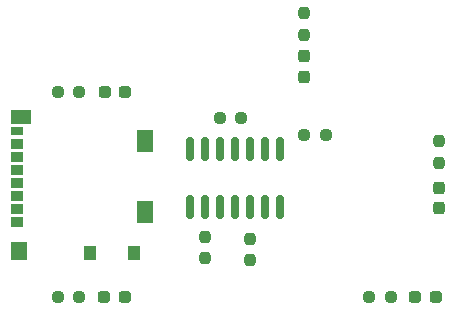
<source format=gtp>
%TF.GenerationSoftware,KiCad,Pcbnew,8.0.5*%
%TF.CreationDate,2024-09-24T00:06:34+02:00*%
%TF.ProjectId,PicoShield,5069636f-5368-4696-956c-642e6b696361,rev?*%
%TF.SameCoordinates,Original*%
%TF.FileFunction,Paste,Top*%
%TF.FilePolarity,Positive*%
%FSLAX46Y46*%
G04 Gerber Fmt 4.6, Leading zero omitted, Abs format (unit mm)*
G04 Created by KiCad (PCBNEW 8.0.5) date 2024-09-24 00:06:34*
%MOMM*%
%LPD*%
G01*
G04 APERTURE LIST*
G04 Aperture macros list*
%AMRoundRect*
0 Rectangle with rounded corners*
0 $1 Rounding radius*
0 $2 $3 $4 $5 $6 $7 $8 $9 X,Y pos of 4 corners*
0 Add a 4 corners polygon primitive as box body*
4,1,4,$2,$3,$4,$5,$6,$7,$8,$9,$2,$3,0*
0 Add four circle primitives for the rounded corners*
1,1,$1+$1,$2,$3*
1,1,$1+$1,$4,$5*
1,1,$1+$1,$6,$7*
1,1,$1+$1,$8,$9*
0 Add four rect primitives between the rounded corners*
20,1,$1+$1,$2,$3,$4,$5,0*
20,1,$1+$1,$4,$5,$6,$7,0*
20,1,$1+$1,$6,$7,$8,$9,0*
20,1,$1+$1,$8,$9,$2,$3,0*%
G04 Aperture macros list end*
%ADD10RoundRect,0.237500X0.237500X-0.250000X0.237500X0.250000X-0.237500X0.250000X-0.237500X-0.250000X0*%
%ADD11RoundRect,0.237500X-0.237500X0.250000X-0.237500X-0.250000X0.237500X-0.250000X0.237500X0.250000X0*%
%ADD12RoundRect,0.237500X0.250000X0.237500X-0.250000X0.237500X-0.250000X-0.237500X0.250000X-0.237500X0*%
%ADD13R,1.100000X0.850000*%
%ADD14R,1.100000X0.750000*%
%ADD15R,1.000000X1.200000*%
%ADD16R,1.350000X1.550000*%
%ADD17R,1.350000X1.900000*%
%ADD18R,1.800000X1.170000*%
%ADD19RoundRect,0.237500X0.287500X0.237500X-0.287500X0.237500X-0.287500X-0.237500X0.287500X-0.237500X0*%
%ADD20RoundRect,0.150000X-0.150000X0.825000X-0.150000X-0.825000X0.150000X-0.825000X0.150000X0.825000X0*%
%ADD21RoundRect,0.237500X0.237500X-0.287500X0.237500X0.287500X-0.237500X0.287500X-0.237500X-0.287500X0*%
%ADD22RoundRect,0.237500X-0.250000X-0.237500X0.250000X-0.237500X0.250000X0.237500X-0.250000X0.237500X0*%
G04 APERTURE END LIST*
D10*
%TO.C,R4*%
X149606000Y-57554500D03*
X149606000Y-55729500D03*
%TD*%
D11*
%TO.C,R7*%
X169418000Y-47625000D03*
X169418000Y-49450000D03*
%TD*%
D12*
%TO.C,R3*%
X152702900Y-45669200D03*
X150877900Y-45669200D03*
%TD*%
%TO.C,R1*%
X159865700Y-47142400D03*
X158040700Y-47142400D03*
%TD*%
D13*
%TO.C,J8*%
X133731000Y-54460000D03*
X133731000Y-53360000D03*
X133731000Y-52260000D03*
X133731000Y-51160000D03*
X133731000Y-50060000D03*
X133731000Y-48960000D03*
X133731000Y-47860000D03*
D14*
X133731000Y-46810000D03*
D15*
X139881000Y-57095000D03*
X143581000Y-57095000D03*
D16*
X133856000Y-56920000D03*
D17*
X144556000Y-53595000D03*
X144556000Y-47625000D03*
D18*
X134081000Y-45600000D03*
%TD*%
D19*
%TO.C,D5*%
X142861000Y-43434000D03*
X141111000Y-43434000D03*
%TD*%
D20*
%TO.C,U1*%
X155983400Y-48266000D03*
X154713400Y-48266000D03*
X153443400Y-48266000D03*
X152173400Y-48266000D03*
X150903400Y-48266000D03*
X149633400Y-48266000D03*
X148363400Y-48266000D03*
X148363400Y-53216000D03*
X149633400Y-53216000D03*
X150903400Y-53216000D03*
X152173400Y-53216000D03*
X153443400Y-53216000D03*
X154713400Y-53216000D03*
X155983400Y-53216000D03*
%TD*%
D21*
%TO.C,D4*%
X157988000Y-42164000D03*
X157988000Y-40414000D03*
%TD*%
D19*
%TO.C,D2*%
X169150000Y-60833000D03*
X167400000Y-60833000D03*
%TD*%
D22*
%TO.C,R2*%
X137136500Y-60833000D03*
X138961500Y-60833000D03*
%TD*%
%TO.C,R6*%
X163529000Y-60833000D03*
X165354000Y-60833000D03*
%TD*%
D21*
%TO.C,D3*%
X169418000Y-53326000D03*
X169418000Y-51576000D03*
%TD*%
D19*
%TO.C,D1*%
X142847000Y-60833000D03*
X141097000Y-60833000D03*
%TD*%
D22*
%TO.C,R9*%
X137136500Y-43434000D03*
X138961500Y-43434000D03*
%TD*%
D11*
%TO.C,R8*%
X157988000Y-36806500D03*
X157988000Y-38631500D03*
%TD*%
D10*
%TO.C,R5*%
X153466800Y-57706900D03*
X153466800Y-55881900D03*
%TD*%
M02*

</source>
